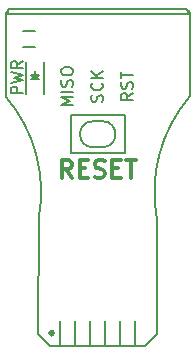
<source format=gbr>
%TF.GenerationSoftware,KiCad,Pcbnew,5.1.6-c6e7f7d~86~ubuntu18.04.1*%
%TF.CreationDate,2020-06-11T10:44:15+02:00*%
%TF.ProjectId,AVR_ISP_With_POGO_Pin,4156525f-4953-4505-9f57-6974685f504f,rev?*%
%TF.SameCoordinates,PX80efd00PY76109c0*%
%TF.FileFunction,Legend,Top*%
%TF.FilePolarity,Positive*%
%FSLAX46Y46*%
G04 Gerber Fmt 4.6, Leading zero omitted, Abs format (unit mm)*
G04 Created by KiCad (PCBNEW 5.1.6-c6e7f7d~86~ubuntu18.04.1) date 2020-06-11 10:44:15*
%MOMM*%
%LPD*%
G01*
G04 APERTURE LIST*
%TA.AperFunction,Profile*%
%ADD10C,0.150000*%
%TD*%
%ADD11C,0.150000*%
%ADD12C,0.300000*%
%ADD13C,0.250000*%
G04 APERTURE END LIST*
D10*
X2780000Y1020000D02*
X3800000Y0D01*
X2802713Y10749714D02*
X2780000Y1020000D01*
X15600000Y28210000D02*
X15300000Y28500000D01*
X15602763Y21102606D02*
X15600000Y28210000D01*
X300000Y28500000D02*
X0Y28200000D01*
X15300000Y28500000D02*
X300000Y28500000D01*
X15602763Y21102605D02*
G75*
G03*
X12800000Y10800000I9447237J-8102605D01*
G01*
X2802713Y10749714D02*
G75*
G03*
X0Y21100000I-12202713J2250286D01*
G01*
X11800000Y0D02*
X12800000Y1000000D01*
X11800000Y0D02*
X3800000Y0D01*
X12800000Y10800000D02*
X12800000Y1000000D01*
X0Y21100000D02*
X0Y28200000D01*
D11*
X1452380Y21366667D02*
X452380Y21366667D01*
X452380Y21747620D01*
X500000Y21842858D01*
X547619Y21890477D01*
X642857Y21938096D01*
X785714Y21938096D01*
X880952Y21890477D01*
X928571Y21842858D01*
X976190Y21747620D01*
X976190Y21366667D01*
X452380Y22271429D02*
X1452380Y22509524D01*
X738095Y22700000D01*
X1452380Y22890477D01*
X452380Y23128572D01*
X1452380Y24080953D02*
X976190Y23747620D01*
X1452380Y23509524D02*
X452380Y23509524D01*
X452380Y23890477D01*
X500000Y23985715D01*
X547619Y24033334D01*
X642857Y24080953D01*
X785714Y24080953D01*
X880952Y24033334D01*
X928571Y23985715D01*
X976190Y23890477D01*
X976190Y23509524D01*
D12*
X5621428Y14221429D02*
X5121428Y14935715D01*
X4764285Y14221429D02*
X4764285Y15721429D01*
X5335714Y15721429D01*
X5478571Y15650000D01*
X5550000Y15578572D01*
X5621428Y15435715D01*
X5621428Y15221429D01*
X5550000Y15078572D01*
X5478571Y15007143D01*
X5335714Y14935715D01*
X4764285Y14935715D01*
X6264285Y15007143D02*
X6764285Y15007143D01*
X6978571Y14221429D02*
X6264285Y14221429D01*
X6264285Y15721429D01*
X6978571Y15721429D01*
X7550000Y14292858D02*
X7764285Y14221429D01*
X8121428Y14221429D01*
X8264285Y14292858D01*
X8335714Y14364286D01*
X8407142Y14507143D01*
X8407142Y14650000D01*
X8335714Y14792858D01*
X8264285Y14864286D01*
X8121428Y14935715D01*
X7835714Y15007143D01*
X7692857Y15078572D01*
X7621428Y15150000D01*
X7550000Y15292858D01*
X7550000Y15435715D01*
X7621428Y15578572D01*
X7692857Y15650000D01*
X7835714Y15721429D01*
X8192857Y15721429D01*
X8407142Y15650000D01*
X9050000Y15007143D02*
X9550000Y15007143D01*
X9764285Y14221429D02*
X9050000Y14221429D01*
X9050000Y15721429D01*
X9764285Y15721429D01*
X10192857Y15721429D02*
X11050000Y15721429D01*
X10621428Y14221429D02*
X10621428Y15721429D01*
D11*
%TO.C,D1*%
X2850000Y22900000D02*
X2500000Y22550000D01*
X2150000Y22900000D02*
X2850000Y22900000D01*
X2500000Y22550000D02*
X2150000Y22900000D01*
X2500000Y22900000D02*
X2500000Y23250000D01*
X2150000Y22550000D02*
X2850000Y22550000D01*
X2400000Y22800000D02*
X2550000Y22650000D01*
X2650000Y22800000D02*
X2400000Y22800000D01*
X1750000Y21300000D02*
X1750000Y24000000D01*
X3250000Y21300000D02*
X3250000Y24000000D01*
%TO.C,R1*%
X2520000Y25325000D02*
X1520000Y25325000D01*
X1520000Y26675000D02*
X2520000Y26675000D01*
%TO.C,S1*%
X5500000Y19500000D02*
X10100000Y19500000D01*
X10100000Y19500000D02*
X10100000Y16300000D01*
X10100000Y16300000D02*
X5500000Y16300000D01*
X5500000Y16300000D02*
X5500000Y19500000D01*
X7400000Y19000000D02*
X8200000Y19000000D01*
X8200000Y16800000D02*
X7400000Y16800000D01*
X7400000Y19000000D02*
G75*
G03*
X7400000Y16800000I0J-1100000D01*
G01*
X8200000Y16800000D02*
G75*
G03*
X8200000Y19000000I0J1100000D01*
G01*
%TO.C,P1*%
X15420000Y28095500D02*
X15420000Y28413000D01*
X15420000Y28095500D02*
X7800000Y28095500D01*
X7800000Y28095500D02*
X180000Y28095500D01*
X180000Y28095500D02*
X180000Y28413000D01*
%TO.C,P2*%
X4625000Y2085000D02*
X4625000Y53000D01*
X5895000Y2085000D02*
X5895000Y53000D01*
X7165000Y2085000D02*
X7165000Y53000D01*
X8435000Y2085000D02*
X8435000Y53000D01*
X9705000Y2085000D02*
X9705000Y53000D01*
X10975000Y2085000D02*
X10975000Y53000D01*
D13*
X4042605Y1069000D02*
G75*
G03*
X4042605Y1069000I-179605J0D01*
G01*
%TD*%
%TO.C,P1*%
D11*
X5712380Y20364572D02*
X4712380Y20364572D01*
X5426666Y20697905D01*
X4712380Y21031239D01*
X5712380Y21031239D01*
X5712380Y21507429D02*
X4712380Y21507429D01*
X5664761Y21936000D02*
X5712380Y22078858D01*
X5712380Y22316953D01*
X5664761Y22412191D01*
X5617142Y22459810D01*
X5521904Y22507429D01*
X5426666Y22507429D01*
X5331428Y22459810D01*
X5283809Y22412191D01*
X5236190Y22316953D01*
X5188571Y22126477D01*
X5140952Y22031239D01*
X5093333Y21983620D01*
X4998095Y21936000D01*
X4902857Y21936000D01*
X4807619Y21983620D01*
X4760000Y22031239D01*
X4712380Y22126477D01*
X4712380Y22364572D01*
X4760000Y22507429D01*
X4712380Y23126477D02*
X4712380Y23316953D01*
X4760000Y23412191D01*
X4855238Y23507429D01*
X5045714Y23555048D01*
X5379047Y23555048D01*
X5569523Y23507429D01*
X5664761Y23412191D01*
X5712380Y23316953D01*
X5712380Y23126477D01*
X5664761Y23031239D01*
X5569523Y22936000D01*
X5379047Y22888381D01*
X5045714Y22888381D01*
X4855238Y22936000D01*
X4760000Y23031239D01*
X4712380Y23126477D01*
X8204761Y20650286D02*
X8252380Y20793143D01*
X8252380Y21031239D01*
X8204761Y21126477D01*
X8157142Y21174096D01*
X8061904Y21221715D01*
X7966666Y21221715D01*
X7871428Y21174096D01*
X7823809Y21126477D01*
X7776190Y21031239D01*
X7728571Y20840762D01*
X7680952Y20745524D01*
X7633333Y20697905D01*
X7538095Y20650286D01*
X7442857Y20650286D01*
X7347619Y20697905D01*
X7300000Y20745524D01*
X7252380Y20840762D01*
X7252380Y21078858D01*
X7300000Y21221715D01*
X8157142Y22221715D02*
X8204761Y22174096D01*
X8252380Y22031239D01*
X8252380Y21936000D01*
X8204761Y21793143D01*
X8109523Y21697905D01*
X8014285Y21650286D01*
X7823809Y21602667D01*
X7680952Y21602667D01*
X7490476Y21650286D01*
X7395238Y21697905D01*
X7300000Y21793143D01*
X7252380Y21936000D01*
X7252380Y22031239D01*
X7300000Y22174096D01*
X7347619Y22221715D01*
X8252380Y22650286D02*
X7252380Y22650286D01*
X8252380Y23221715D02*
X7680952Y22793143D01*
X7252380Y23221715D02*
X7823809Y22650286D01*
X10792380Y21388381D02*
X10316190Y21055048D01*
X10792380Y20816953D02*
X9792380Y20816953D01*
X9792380Y21197905D01*
X9840000Y21293143D01*
X9887619Y21340762D01*
X9982857Y21388381D01*
X10125714Y21388381D01*
X10220952Y21340762D01*
X10268571Y21293143D01*
X10316190Y21197905D01*
X10316190Y20816953D01*
X10744761Y21769334D02*
X10792380Y21912191D01*
X10792380Y22150286D01*
X10744761Y22245524D01*
X10697142Y22293143D01*
X10601904Y22340762D01*
X10506666Y22340762D01*
X10411428Y22293143D01*
X10363809Y22245524D01*
X10316190Y22150286D01*
X10268571Y21959810D01*
X10220952Y21864572D01*
X10173333Y21816953D01*
X10078095Y21769334D01*
X9982857Y21769334D01*
X9887619Y21816953D01*
X9840000Y21864572D01*
X9792380Y21959810D01*
X9792380Y22197905D01*
X9840000Y22340762D01*
X9792380Y22626477D02*
X9792380Y23197905D01*
X10792380Y22912191D02*
X9792380Y22912191D01*
%TD*%
M02*

</source>
